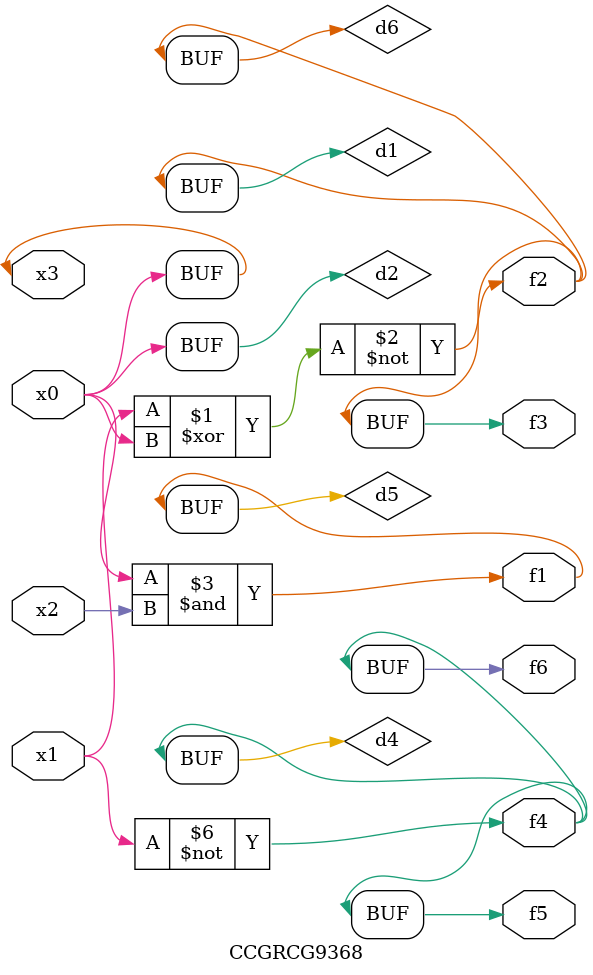
<source format=v>
module CCGRCG9368(
	input x0, x1, x2, x3,
	output f1, f2, f3, f4, f5, f6
);

	wire d1, d2, d3, d4, d5, d6;

	xnor (d1, x1, x3);
	buf (d2, x0, x3);
	nand (d3, x0, x2);
	not (d4, x1);
	nand (d5, d3);
	or (d6, d1);
	assign f1 = d5;
	assign f2 = d6;
	assign f3 = d6;
	assign f4 = d4;
	assign f5 = d4;
	assign f6 = d4;
endmodule

</source>
